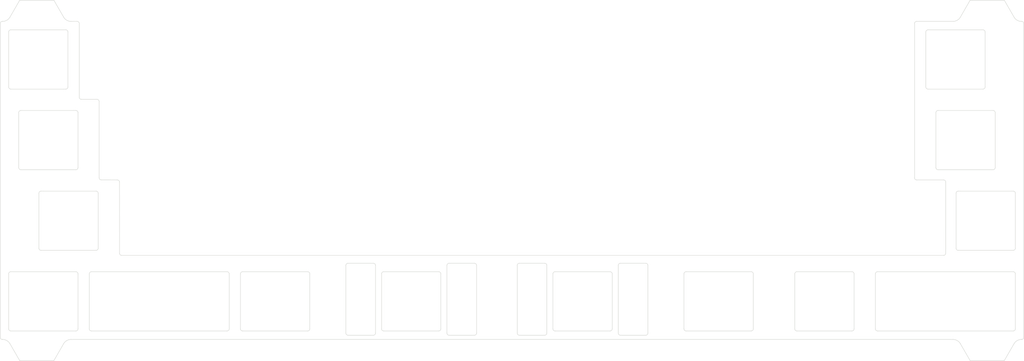
<source format=kicad_pcb>
(kicad_pcb (version 20171130) (host pcbnew "(5.1.10)-1")

  (general
    (thickness 1.6)
    (drawings 196)
    (tracks 0)
    (zones 0)
    (modules 0)
    (nets 1)
  )

  (page A4)
  (layers
    (0 F.Cu signal)
    (31 B.Cu signal)
    (32 B.Adhes user)
    (33 F.Adhes user)
    (34 B.Paste user)
    (35 F.Paste user)
    (36 B.SilkS user)
    (37 F.SilkS user)
    (38 B.Mask user)
    (39 F.Mask user)
    (40 Dwgs.User user)
    (41 Cmts.User user)
    (42 Eco1.User user)
    (43 Eco2.User user)
    (44 Edge.Cuts user)
    (45 Margin user)
    (46 B.CrtYd user)
    (47 F.CrtYd user)
    (48 B.Fab user)
    (49 F.Fab user)
  )

  (setup
    (last_trace_width 0.25)
    (trace_clearance 0.2)
    (zone_clearance 0.508)
    (zone_45_only no)
    (trace_min 0.2)
    (via_size 0.8)
    (via_drill 0.4)
    (via_min_size 0.4)
    (via_min_drill 0.3)
    (uvia_size 0.3)
    (uvia_drill 0.1)
    (uvias_allowed no)
    (uvia_min_size 0.2)
    (uvia_min_drill 0.1)
    (edge_width 0.05)
    (segment_width 0.2)
    (pcb_text_width 0.3)
    (pcb_text_size 1.5 1.5)
    (mod_edge_width 0.12)
    (mod_text_size 1 1)
    (mod_text_width 0.15)
    (pad_size 1.524 1.524)
    (pad_drill 0.762)
    (pad_to_mask_clearance 0)
    (aux_axis_origin 0 0)
    (grid_origin 22.2236 24.6047)
    (visible_elements 7EFFEFFF)
    (pcbplotparams
      (layerselection 0x010c0_ffffffff)
      (usegerberextensions false)
      (usegerberattributes false)
      (usegerberadvancedattributes false)
      (creategerberjobfile false)
      (excludeedgelayer true)
      (linewidth 0.100000)
      (plotframeref false)
      (viasonmask false)
      (mode 1)
      (useauxorigin false)
      (hpglpennumber 1)
      (hpglpenspeed 20)
      (hpglpendiameter 15.000000)
      (psnegative false)
      (psa4output false)
      (plotreference true)
      (plotvalue true)
      (plotinvisibletext false)
      (padsonsilk false)
      (subtractmaskfromsilk false)
      (outputformat 1)
      (mirror false)
      (drillshape 0)
      (scaleselection 1)
      (outputdirectory "./"))
  )

  (net 0 "")

  (net_class Default "This is the default net class."
    (clearance 0.2)
    (trace_width 0.25)
    (via_dia 0.8)
    (via_drill 0.4)
    (uvia_dia 0.3)
    (uvia_drill 0.1)
  )

  (gr_arc (start 178.045474 173.282825) (end 177.545475 173.282825) (angle 90) (layer Edge.Cuts) (width 0.1) (tstamp 619566A2))
  (gr_line (start 18.001724 186.282825) (end 18.001724 173.282825) (layer Edge.Cuts) (width 0.1) (tstamp 619566A1))
  (gr_arc (start 223.289224 173.282825) (end 222.789224 173.282825) (angle 90) (layer Edge.Cuts) (width 0.1) (tstamp 619566A0))
  (gr_line (start 193.426724 172.782826) (end 178.045474 172.782826) (layer Edge.Cuts) (width 0.1) (tstamp 6195669F))
  (gr_arc (start 33.882974 186.282825) (end 34.382974 186.282825) (angle 90) (layer Edge.Cuts) (width 0.1) (tstamp 6195669E))
  (gr_arc (start 73.270474 186.282825) (end 73.270473 186.782825) (angle 90) (layer Edge.Cuts) (width 0.1) (tstamp 6195669D))
  (gr_arc (start 73.270474 173.282826) (end 72.770475 173.282825) (angle 90) (layer Edge.Cuts) (width 0.1) (tstamp 6195669C))
  (gr_arc (start 106.607974 173.282825) (end 106.107974 173.282825) (angle 90) (layer Edge.Cuts) (width 0.1) (tstamp 6195669B))
  (gr_line (start 255.839224 173.282825) (end 255.839224 186.282825) (layer Edge.Cuts) (width 0.1) (tstamp 6195669A))
  (gr_arc (start 18.501724 173.282826) (end 18.001724 173.282825) (angle 90) (layer Edge.Cuts) (width 0.1) (tstamp 61956699))
  (gr_line (start 18.501724 172.782826) (end 33.882974 172.782826) (layer Edge.Cuts) (width 0.1) (tstamp 61956698))
  (gr_arc (start 119.607973 173.282825) (end 119.607974 172.782825) (angle 90) (layer Edge.Cuts) (width 0.1) (tstamp 61956697))
  (gr_line (start 106.607974 172.782825) (end 119.607974 172.782825) (layer Edge.Cuts) (width 0.1) (tstamp 61956696))
  (gr_line (start 223.289224 172.782825) (end 255.339224 172.782825) (layer Edge.Cuts) (width 0.1) (tstamp 61956695))
  (gr_line (start 120.107974 173.282825) (end 120.107974 186.282825) (layer Edge.Cuts) (width 0.1) (tstamp 61956694))
  (gr_line (start 89.151723 173.282825) (end 89.151724 186.282825) (layer Edge.Cuts) (width 0.1) (tstamp 61956693))
  (gr_line (start 222.789225 186.282825) (end 222.789224 173.282825) (layer Edge.Cuts) (width 0.1) (tstamp 61956692))
  (gr_line (start 106.107974 186.282825) (end 106.107974 173.282825) (layer Edge.Cuts) (width 0.1) (tstamp 61956691))
  (gr_arc (start 223.289224 186.282825) (end 223.289224 186.782825) (angle 90) (layer Edge.Cuts) (width 0.1) (tstamp 61956690))
  (gr_arc (start 193.426724 173.282825) (end 193.426724 172.782826) (angle 90) (layer Edge.Cuts) (width 0.1) (tstamp 6195668F))
  (gr_line (start 193.926724 186.282825) (end 193.926725 173.282825) (layer Edge.Cuts) (width 0.1) (tstamp 6195668E))
  (gr_line (start 72.770474 186.282825) (end 72.770475 173.282825) (layer Edge.Cuts) (width 0.1) (tstamp 6195668D))
  (gr_arc (start 193.426724 186.282825) (end 193.926724 186.282825) (angle 90) (layer Edge.Cuts) (width 0.1) (tstamp 6195668C))
  (gr_line (start 177.545475 173.282825) (end 177.545474 186.282825) (layer Edge.Cuts) (width 0.1) (tstamp 6195668B))
  (gr_arc (start 119.607974 186.282825) (end 120.107974 186.282825) (angle 90) (layer Edge.Cuts) (width 0.1) (tstamp 6195668A))
  (gr_arc (start 255.339223 173.282825) (end 255.339224 172.782825) (angle 90) (layer Edge.Cuts) (width 0.1) (tstamp 61956689))
  (gr_arc (start 255.339224 186.282825) (end 255.839224 186.282825) (angle 90) (layer Edge.Cuts) (width 0.1) (tstamp 61956688))
  (gr_line (start 178.045474 186.782826) (end 193.426725 186.782825) (layer Edge.Cuts) (width 0.1) (tstamp 61956687))
  (gr_arc (start 178.045475 186.282825) (end 178.045474 186.782826) (angle 90) (layer Edge.Cuts) (width 0.1) (tstamp 61956686))
  (gr_line (start 119.607974 186.782825) (end 106.607974 186.782826) (layer Edge.Cuts) (width 0.1) (tstamp 61956685))
  (gr_arc (start 18.501724 186.282825) (end 18.501724 186.782825) (angle 90) (layer Edge.Cuts) (width 0.1) (tstamp 61956684))
  (gr_arc (start 106.607974 186.282825) (end 106.607974 186.782826) (angle 90) (layer Edge.Cuts) (width 0.1) (tstamp 61956683))
  (gr_arc (start 88.651724 186.282825) (end 89.151724 186.282825) (angle 90) (layer Edge.Cuts) (width 0.1) (tstamp 61956682))
  (gr_line (start 33.882974 186.782825) (end 18.501724 186.782825) (layer Edge.Cuts) (width 0.1) (tstamp 61956681))
  (gr_line (start 34.382974 173.282825) (end 34.382974 186.282825) (layer Edge.Cuts) (width 0.1) (tstamp 61956680))
  (gr_arc (start 33.882975 173.282826) (end 33.882974 172.782826) (angle 90) (layer Edge.Cuts) (width 0.1) (tstamp 6195667F))
  (gr_line (start 88.651725 186.782825) (end 73.270473 186.782825) (layer Edge.Cuts) (width 0.1) (tstamp 6195667E))
  (gr_line (start 255.339224 186.782825) (end 223.289224 186.782825) (layer Edge.Cuts) (width 0.1) (tstamp 6195667D))
  (gr_line (start 160.089224 186.782825) (end 147.089224 186.782826) (layer Edge.Cuts) (width 0.1) (tstamp 6195667C))
  (gr_arc (start 217.239224 186.282825) (end 217.739224 186.282825) (angle 90) (layer Edge.Cuts) (width 0.1) (tstamp 6195667B))
  (gr_arc (start 168.527224 187.282825) (end 169.027224 187.282825) (angle 90) (layer Edge.Cuts) (width 0.1) (tstamp 6195667A))
  (gr_line (start 70.101724 173.282825) (end 70.101724 186.282825) (layer Edge.Cuts) (width 0.1) (tstamp 61956679))
  (gr_line (start 203.739224 186.282825) (end 203.739224 173.282825) (layer Edge.Cuts) (width 0.1) (tstamp 61956678))
  (gr_line (start 69.601723 186.782825) (end 37.551724 186.782825) (layer Edge.Cuts) (width 0.1) (tstamp 61956677))
  (gr_arc (start 138.651225 187.282825) (end 138.651224 187.782825) (angle 90) (layer Edge.Cuts) (width 0.1) (tstamp 61956676))
  (gr_line (start 217.239224 186.782825) (end 204.239224 186.782826) (layer Edge.Cuts) (width 0.1) (tstamp 61956675))
  (gr_arc (start 88.651725 173.282826) (end 88.651724 172.782826) (angle 90) (layer Edge.Cuts) (width 0.1) (tstamp 61956674))
  (gr_line (start 73.270474 172.782826) (end 88.651724 172.782826) (layer Edge.Cuts) (width 0.1) (tstamp 61956673))
  (gr_arc (start 147.089225 173.282825) (end 146.589224 173.282825) (angle 90) (layer Edge.Cuts) (width 0.1) (tstamp 61956672))
  (gr_line (start 146.589224 186.282825) (end 146.589224 173.282825) (layer Edge.Cuts) (width 0.1) (tstamp 61956671))
  (gr_arc (start 147.089224 186.282825) (end 147.089224 186.782826) (angle 90) (layer Edge.Cuts) (width 0.1) (tstamp 61956670))
  (gr_arc (start 138.651224 171.282825) (end 138.151224 171.282825) (angle 90) (layer Edge.Cuts) (width 0.1) (tstamp 6195666F))
  (gr_arc (start 69.601724 186.282825) (end 70.101724 186.282825) (angle 90) (layer Edge.Cuts) (width 0.1) (tstamp 6195666E))
  (gr_line (start 168.527224 187.782825) (end 162.527224 187.782825) (layer Edge.Cuts) (width 0.1) (tstamp 6195666D))
  (gr_line (start 128.545974 171.282825) (end 128.545974 187.282825) (layer Edge.Cuts) (width 0.1) (tstamp 6195666C))
  (gr_line (start 204.239224 172.782825) (end 217.239224 172.782825) (layer Edge.Cuts) (width 0.1) (tstamp 6195666B))
  (gr_arc (start 162.527224 187.282825) (end 162.527224 187.782825) (angle 90) (layer Edge.Cuts) (width 0.1) (tstamp 6195666A))
  (gr_line (start 138.651225 170.782825) (end 144.651224 170.782826) (layer Edge.Cuts) (width 0.1) (tstamp 61956669))
  (gr_arc (start 98.169975 171.282826) (end 97.669974 171.282825) (angle 90) (layer Edge.Cuts) (width 0.1) (tstamp 61956668))
  (gr_line (start 138.151224 187.282825) (end 138.151224 171.282825) (layer Edge.Cuts) (width 0.1) (tstamp 61956667))
  (gr_arc (start 144.651224 187.282825) (end 145.151224 187.282825) (angle 90) (layer Edge.Cuts) (width 0.1) (tstamp 61956666))
  (gr_arc (start 217.239224 173.282825) (end 217.239224 172.782825) (angle 90) (layer Edge.Cuts) (width 0.1) (tstamp 61956665))
  (gr_arc (start 160.089224 186.282825) (end 160.589224 186.282825) (angle 90) (layer Edge.Cuts) (width 0.1) (tstamp 61956664))
  (gr_arc (start 162.527224 171.282826) (end 162.027224 171.282825) (angle 90) (layer Edge.Cuts) (width 0.1) (tstamp 61956663))
  (gr_line (start 160.589224 173.282825) (end 160.589224 186.282825) (layer Edge.Cuts) (width 0.1) (tstamp 61956662))
  (gr_arc (start 104.169974 187.282825) (end 104.669974 187.282825) (angle 90) (layer Edge.Cuts) (width 0.1) (tstamp 61956661))
  (gr_arc (start 160.089224 173.282825) (end 160.089224 172.782825) (angle 90) (layer Edge.Cuts) (width 0.1) (tstamp 61956660))
  (gr_line (start 147.089224 172.782825) (end 160.089224 172.782825) (layer Edge.Cuts) (width 0.1) (tstamp 6195665F))
  (gr_arc (start 37.551724 173.282826) (end 37.051724 173.282825) (angle 90) (layer Edge.Cuts) (width 0.1) (tstamp 6195665E))
  (gr_line (start 37.051724 186.282825) (end 37.051724 173.282825) (layer Edge.Cuts) (width 0.1) (tstamp 6195665D))
  (gr_arc (start 37.551724 186.282825) (end 37.551724 186.782825) (angle 90) (layer Edge.Cuts) (width 0.1) (tstamp 6195665C))
  (gr_arc (start 168.527225 171.282827) (end 168.527224 170.782826) (angle 90) (layer Edge.Cuts) (width 0.1) (tstamp 6195665B))
  (gr_line (start 144.651224 187.782825) (end 138.651224 187.782825) (layer Edge.Cuts) (width 0.1) (tstamp 6195665A))
  (gr_arc (start 69.601725 173.282826) (end 69.601724 172.782826) (angle 90) (layer Edge.Cuts) (width 0.1) (tstamp 61956659))
  (gr_arc (start 204.239225 173.282825) (end 203.739224 173.282825) (angle 90) (layer Edge.Cuts) (width 0.1) (tstamp 61956658))
  (gr_line (start 162.527224 170.782825) (end 168.527224 170.782826) (layer Edge.Cuts) (width 0.1) (tstamp 61956657))
  (gr_line (start 104.169974 187.782825) (end 98.169974 187.782826) (layer Edge.Cuts) (width 0.1) (tstamp 61956656))
  (gr_line (start 145.151224 171.282825) (end 145.151224 187.282825) (layer Edge.Cuts) (width 0.1) (tstamp 61956655))
  (gr_line (start 104.669974 171.282825) (end 104.669974 187.282825) (layer Edge.Cuts) (width 0.1) (tstamp 61956654))
  (gr_line (start 37.551724 172.782826) (end 69.601724 172.782826) (layer Edge.Cuts) (width 0.1) (tstamp 61956653))
  (gr_arc (start 204.239225 186.282825) (end 204.239224 186.782826) (angle 90) (layer Edge.Cuts) (width 0.1) (tstamp 61956652))
  (gr_line (start 217.739224 173.282825) (end 217.739224 186.282825) (layer Edge.Cuts) (width 0.1) (tstamp 61956651))
  (gr_line (start 162.027224 187.282825) (end 162.027224 171.282825) (layer Edge.Cuts) (width 0.1) (tstamp 61956650))
  (gr_line (start 169.027224 171.282825) (end 169.027224 187.282825) (layer Edge.Cuts) (width 0.1) (tstamp 6195664F))
  (gr_line (start 97.669974 187.282826) (end 97.669974 171.282825) (layer Edge.Cuts) (width 0.1) (tstamp 6195664E))
  (gr_arc (start 98.169974 187.282826) (end 98.169974 187.782826) (angle 90) (layer Edge.Cuts) (width 0.1) (tstamp 6195664D))
  (gr_arc (start 128.045973 187.282825) (end 128.545974 187.282825) (angle 90) (layer Edge.Cuts) (width 0.1) (tstamp 6195664C))
  (gr_arc (start 104.169973 171.282825) (end 104.169974 170.782825) (angle 90) (layer Edge.Cuts) (width 0.1) (tstamp 6195664B))
  (gr_line (start 98.169974 170.782825) (end 104.169974 170.782825) (layer Edge.Cuts) (width 0.1) (tstamp 6195664A))
  (gr_arc (start 144.651224 171.282826) (end 144.651224 170.782826) (angle 90) (layer Edge.Cuts) (width 0.1) (tstamp 61956649))
  (gr_arc (start 128.045974 171.282827) (end 128.045974 170.782826) (angle 90) (layer Edge.Cuts) (width 0.1) (tstamp 61956648))
  (gr_line (start 122.045974 170.782825) (end 128.045974 170.782826) (layer Edge.Cuts) (width 0.1) (tstamp 61956647))
  (gr_arc (start 122.045974 171.282825) (end 121.545974 171.282825) (angle 90) (layer Edge.Cuts) (width 0.1) (tstamp 61956646))
  (gr_line (start 128.045974 187.782825) (end 122.045974 187.782825) (layer Edge.Cuts) (width 0.1) (tstamp 61956645))
  (gr_line (start 121.545974 187.282825) (end 121.545974 171.282825) (layer Edge.Cuts) (width 0.1) (tstamp 61956644))
  (gr_arc (start 122.045974 187.282825) (end 122.045974 187.782825) (angle 90) (layer Edge.Cuts) (width 0.1) (tstamp 61956643))
  (gr_line (start 34.170476 113.6317) (end 32.723073 113.632826) (layer Edge.Cuts) (width 0.1) (tstamp 6195645C))
  (gr_arc (start 34.170475 114.1317) (end 34.670475 114.131701) (angle -90) (layer Edge.Cuts) (width 0.1) (tstamp 61956163))
  (gr_arc (start 38.8686 132.554699) (end 39.3686 132.5547) (angle -90) (layer Edge.Cuts) (width 0.1) (tstamp 61956163))
  (gr_arc (start 39.8686 150.588701) (end 39.3686 150.5887) (angle -90) (layer Edge.Cuts) (width 0.1) (tstamp 61956163))
  (gr_arc (start 238.8936 151.596698) (end 239.3936 151.596699) (angle -90) (layer Edge.Cuts) (width 0.1) (tstamp 61956163))
  (gr_line (start 232.527601 113.632825) (end 241.117874 113.632825) (layer Edge.Cuts) (width 0.1) (tstamp 619561B3))
  (gr_arc (start 232.5276 114.132825) (end 232.527601 113.632825) (angle -90) (layer Edge.Cuts) (width 0.1) (tstamp 6195618B))
  (gr_line (start 20.609826 108.632825) (end 28.681623 108.632825) (layer Edge.Cuts) (width 0.1) (tstamp 6194C8FD))
  (gr_arc (start 241.117874 111.632825) (end 241.117874 113.632825) (angle -60) (layer Edge.Cuts) (width 0.1) (tstamp 6194C8FC))
  (gr_arc (start 32.723074 111.632826) (end 30.991023 112.632825) (angle -60) (layer Edge.Cuts) (width 0.1) (tstamp 6194C8FB))
  (gr_line (start 245.159326 108.632825) (end 253.231122 108.632825) (layer Edge.Cuts) (width 0.1) (tstamp 6194C8FA))
  (gr_line (start 257.272575 113.632824) (end 257.339225 113.632824) (layer Edge.Cuts) (width 0.1) (tstamp 6194C8F9))
  (gr_arc (start 257.272576 111.632826) (end 255.540524 112.632826) (angle -60) (layer Edge.Cuts) (width 0.1) (tstamp 6194C8F8))
  (gr_line (start 18.300425 112.632826) (end 20.609826 108.632825) (layer Edge.Cuts) (width 0.1) (tstamp 6194C8F7))
  (gr_line (start 253.231122 108.632825) (end 255.540524 112.632826) (layer Edge.Cuts) (width 0.1) (tstamp 6194C8F6))
  (gr_line (start 242.849925 112.632826) (end 245.159326 108.632825) (layer Edge.Cuts) (width 0.1) (tstamp 6194C8F5))
  (gr_line (start 28.681623 108.632825) (end 30.991023 112.632825) (layer Edge.Cuts) (width 0.1) (tstamp 6194C8F3))
  (gr_arc (start 257.272575 190.782826) (end 257.272575 188.782825) (angle -60) (layer Edge.Cuts) (width 0.1) (tstamp 6194C8F2))
  (gr_arc (start 16.568374 111.632825) (end 16.568374 113.632825) (angle -60) (layer Edge.Cuts) (width 0.1) (tstamp 6194C8EF))
  (gr_line (start 16.501724 113.632824) (end 16.568374 113.632825) (layer Edge.Cuts) (width 0.1) (tstamp 6194C8EE))
  (gr_line (start 257.339225 188.782825) (end 257.272575 188.782825) (layer Edge.Cuts) (width 0.1) (tstamp 6194C8E8))
  (gr_line (start 241.117873 188.782825) (end 32.723075 188.782825) (layer Edge.Cuts) (width 0.1) (tstamp 6194C8E6))
  (gr_arc (start 16.501725 114.132824) (end 16.501724 113.632824) (angle -90) (layer Edge.Cuts) (width 0.1) (tstamp 6194C8E4))
  (gr_line (start 16.001725 188.282826) (end 16.001724 114.132825) (layer Edge.Cuts) (width 0.1) (tstamp 6194C8E0))
  (gr_arc (start 16.501725 188.282825) (end 16.001725 188.282826) (angle -90) (layer Edge.Cuts) (width 0.1) (tstamp 6194C8DF))
  (gr_arc (start 241.117874 190.782824) (end 242.849925 189.782825) (angle -60) (layer Edge.Cuts) (width 0.1) (tstamp 6194C8DE))
  (gr_arc (start 257.339225 188.282825) (end 257.339225 188.782825) (angle -90) (layer Edge.Cuts) (width 0.1) (tstamp 6194C8DB))
  (gr_arc (start 16.568374 190.782825) (end 18.300425 189.782825) (angle -60) (layer Edge.Cuts) (width 0.1) (tstamp 6194C8DA))
  (gr_arc (start 257.339225 114.132824) (end 257.839225 114.132825) (angle -90) (layer Edge.Cuts) (width 0.1) (tstamp 6194C8D8))
  (gr_arc (start 32.723074 190.782825) (end 32.723075 188.782825) (angle -60) (layer Edge.Cuts) (width 0.1) (tstamp 6194C8D7))
  (gr_line (start 20.609825 193.782825) (end 18.300425 189.782825) (layer Edge.Cuts) (width 0.1) (tstamp 6194C8D4))
  (gr_line (start 255.540524 189.782825) (end 253.231123 193.782825) (layer Edge.Cuts) (width 0.1) (tstamp 6194C8C7))
  (gr_line (start 257.839225 114.132825) (end 257.839226 188.282825) (layer Edge.Cuts) (width 0.1) (tstamp 6194C8C4))
  (gr_line (start 28.681623 193.782825) (end 20.609825 193.782825) (layer Edge.Cuts) (width 0.1) (tstamp 6194C8C3))
  (gr_line (start 245.159326 193.782824) (end 242.849925 189.782825) (layer Edge.Cuts) (width 0.1) (tstamp 6194C8BC))
  (gr_line (start 30.991024 189.782825) (end 28.681623 193.782825) (layer Edge.Cuts) (width 0.1) (tstamp 6194C8BB))
  (gr_line (start 253.231123 193.782825) (end 245.159326 193.782824) (layer Edge.Cuts) (width 0.1) (tstamp 6194C8B8))
  (gr_line (start 16.568374 188.782825) (end 16.501725 188.782825) (layer Edge.Cuts) (width 0.1) (tstamp 6194C8B3))
  (gr_line (start 44.1866 151.5967) (end 44.1946 168.42345) (layer Edge.Cuts) (width 0.1) (tstamp 6194C8AA))
  (gr_arc (start 44.6946 168.42345) (end 44.1946 168.42345) (angle -90) (layer Edge.Cuts) (width 0.1) (tstamp 6194D73A))
  (gr_arc (start 43.6866 151.596699) (end 44.1866 151.5967) (angle -90) (layer Edge.Cuts) (width 0.1) (tstamp 6194C8A6))
  (gr_line (start 39.868599 151.088701) (end 43.6866 151.0967) (layer Edge.Cuts) (width 0.1) (tstamp 6194C8A4))
  (gr_line (start 251.076725 148.182825) (end 251.076725 135.182825) (layer Edge.Cuts) (width 0.1) (tstamp 6194C89C))
  (gr_arc (start 235.195475 129.132824) (end 234.695475 129.132824) (angle -90) (layer Edge.Cuts) (width 0.1) (tstamp 6194C89B))
  (gr_line (start 234.695475 116.132825) (end 234.695475 129.132824) (layer Edge.Cuts) (width 0.1) (tstamp 6194C899))
  (gr_line (start 44.6946 168.92345) (end 238.885601 168.92345) (layer Edge.Cuts) (width 0.1) (tstamp 6194C898))
  (gr_arc (start 248.195475 116.132825) (end 248.695475 116.132825) (angle -90) (layer Edge.Cuts) (width 0.1) (tstamp 6194C897))
  (gr_line (start 232.527601 151.0967) (end 238.893601 151.096698) (layer Edge.Cuts) (width 0.1) (tstamp 6194C896))
  (gr_line (start 18.001725 116.132825) (end 18.001725 129.132824) (layer Edge.Cuts) (width 0.1) (tstamp 6194C895))
  (gr_line (start 31.501724 115.632825) (end 18.501725 115.632825) (layer Edge.Cuts) (width 0.1) (tstamp 6194C894))
  (gr_arc (start 18.501725 116.132825) (end 18.501725 115.632825) (angle -90) (layer Edge.Cuts) (width 0.1) (tstamp 6194C893))
  (gr_line (start 248.695475 129.132824) (end 248.695475 116.132825) (layer Edge.Cuts) (width 0.1) (tstamp 6194C892))
  (gr_arc (start 235.195475 116.132825) (end 235.195475 115.632825) (angle -90) (layer Edge.Cuts) (width 0.1) (tstamp 6194C891))
  (gr_line (start 248.195475 115.632825) (end 235.195475 115.632825) (layer Edge.Cuts) (width 0.1) (tstamp 6194C88F))
  (gr_arc (start 20.882974 135.182825) (end 20.882974 134.682825) (angle -90) (layer Edge.Cuts) (width 0.1) (tstamp 6194C88E))
  (gr_arc (start 237.576724 135.182825) (end 237.576725 134.682825) (angle -90) (layer Edge.Cuts) (width 0.1) (tstamp 6194C88D))
  (gr_arc (start 25.645475 154.232825) (end 25.645475 153.732825) (angle -90) (layer Edge.Cuts) (width 0.1) (tstamp 6194C88C))
  (gr_line (start 25.145475 154.232825) (end 25.145475 167.232824) (layer Edge.Cuts) (width 0.1) (tstamp 6194C88B))
  (gr_line (start 20.382975 148.182825) (end 20.382975 135.182825) (layer Edge.Cuts) (width 0.1) (tstamp 6194C88A))
  (gr_arc (start 38.645475 167.232825) (end 38.645475 167.732825) (angle -90) (layer Edge.Cuts) (width 0.1) (tstamp 6194C888))
  (gr_arc (start 31.501724 116.132825) (end 32.001725 116.132825) (angle -90) (layer Edge.Cuts) (width 0.1) (tstamp 6194C887))
  (gr_line (start 18.501725 129.632824) (end 31.501724 129.632825) (layer Edge.Cuts) (width 0.1) (tstamp 6194C886))
  (gr_line (start 33.882975 148.682825) (end 20.882974 148.682825) (layer Edge.Cuts) (width 0.1) (tstamp 6194C885))
  (gr_arc (start 250.576726 135.182825) (end 251.076725 135.182825) (angle -90) (layer Edge.Cuts) (width 0.1) (tstamp 6194C884))
  (gr_line (start 237.076725 135.182825) (end 237.076725 148.182825) (layer Edge.Cuts) (width 0.1) (tstamp 6194C883))
  (gr_line (start 39.3686 132.5547) (end 39.3686 150.5887) (layer Edge.Cuts) (width 0.1) (tstamp 619563DF))
  (gr_arc (start 248.195475 129.132824) (end 248.195475 129.632825) (angle -90) (layer Edge.Cuts) (width 0.1) (tstamp 6194C87E))
  (gr_line (start 35.1696 132.054699) (end 38.868601 132.054699) (layer Edge.Cuts) (width 0.1) (tstamp 6194C87D))
  (gr_line (start 235.195475 129.632824) (end 248.195475 129.632825) (layer Edge.Cuts) (width 0.1) (tstamp 6194C87B))
  (gr_arc (start 33.882975 148.182825) (end 33.882975 148.682825) (angle -90) (layer Edge.Cuts) (width 0.1) (tstamp 6194C87A))
  (gr_line (start 25.645475 167.732825) (end 38.645475 167.732825) (layer Edge.Cuts) (width 0.1) (tstamp 6194C879))
  (gr_line (start 237.576725 148.682825) (end 250.576725 148.682825) (layer Edge.Cuts) (width 0.1) (tstamp 6194C878))
  (gr_line (start 250.576725 134.682825) (end 237.576725 134.682825) (layer Edge.Cuts) (width 0.1) (tstamp 6194C877))
  (gr_arc (start 35.1696 131.554699) (end 34.6696 131.554699) (angle -90) (layer Edge.Cuts) (width 0.1) (tstamp 6194C875))
  (gr_line (start 34.670475 114.131701) (end 34.6696 131.554699) (layer Edge.Cuts) (width 0.1) (tstamp 6194C874))
  (gr_line (start 39.145475 167.232824) (end 39.145475 154.232825) (layer Edge.Cuts) (width 0.1) (tstamp 6194C873))
  (gr_line (start 20.882974 134.682825) (end 33.882975 134.682823) (layer Edge.Cuts) (width 0.1) (tstamp 6194C872))
  (gr_arc (start 31.501724 129.132824) (end 31.501724 129.632825) (angle -90) (layer Edge.Cuts) (width 0.1) (tstamp 6194C871))
  (gr_line (start 38.645475 153.732825) (end 25.645475 153.732825) (layer Edge.Cuts) (width 0.1) (tstamp 6194C870))
  (gr_line (start 232.0276 150.596699) (end 232.0276 114.132824) (layer Edge.Cuts) (width 0.1) (tstamp 6194C86F))
  (gr_arc (start 25.645474 167.232825) (end 25.145475 167.232824) (angle -90) (layer Edge.Cuts) (width 0.1) (tstamp 6194C86C))
  (gr_arc (start 238.885601 168.42345) (end 238.885601 168.92345) (angle -90) (layer Edge.Cuts) (width 0.1) (tstamp 61956304))
  (gr_arc (start 232.527601 150.596699) (end 232.527601 151.0967) (angle 90) (layer Edge.Cuts) (width 0.1) (tstamp 6194C869))
  (gr_line (start 239.385601 168.42345) (end 239.3936 151.596699) (layer Edge.Cuts) (width 0.1) (tstamp 6195629F))
  (gr_arc (start 33.882974 135.182825) (end 34.382975 135.182825) (angle -90) (layer Edge.Cuts) (width 0.1) (tstamp 6194C867))
  (gr_line (start 32.001724 129.132824) (end 32.001725 116.132825) (layer Edge.Cuts) (width 0.1) (tstamp 6194C866))
  (gr_line (start 34.382975 135.182825) (end 34.382975 148.182825) (layer Edge.Cuts) (width 0.1) (tstamp 6194C865))
  (gr_arc (start 18.501725 129.132824) (end 18.001725 129.132824) (angle -90) (layer Edge.Cuts) (width 0.1) (tstamp 6194C864))
  (gr_arc (start 38.645475 154.232825) (end 39.145475 154.232825) (angle -90) (layer Edge.Cuts) (width 0.1) (tstamp 6194C863))
  (gr_arc (start 20.882975 148.182825) (end 20.382975 148.182825) (angle -90) (layer Edge.Cuts) (width 0.1) (tstamp 6194C862))
  (gr_arc (start 250.576725 148.182825) (end 250.576725 148.682825) (angle -90) (layer Edge.Cuts) (width 0.1) (tstamp 6194C861))
  (gr_arc (start 237.576725 148.182824) (end 237.076725 148.182825) (angle -90) (layer Edge.Cuts) (width 0.1) (tstamp 6194C85E))
  (gr_line (start 241.839225 154.232825) (end 241.839225 167.232824) (layer Edge.Cuts) (width 0.1) (tstamp 6194C85C))
  (gr_arc (start 255.339225 154.232825) (end 255.839225 154.232825) (angle -90) (layer Edge.Cuts) (width 0.1) (tstamp 6194C856))
  (gr_line (start 255.839225 167.232824) (end 255.839225 154.232825) (layer Edge.Cuts) (width 0.1) (tstamp 6194C84F))
  (gr_arc (start 255.339225 167.232825) (end 255.339225 167.732825) (angle -90) (layer Edge.Cuts) (width 0.1) (tstamp 6194C84E))
  (gr_line (start 242.339225 167.732825) (end 255.339225 167.732825) (layer Edge.Cuts) (width 0.1) (tstamp 6194C84D))
  (gr_line (start 255.339225 153.732825) (end 242.339225 153.732825) (layer Edge.Cuts) (width 0.1) (tstamp 6194C84B))
  (gr_arc (start 242.339225 167.232825) (end 241.839225 167.232824) (angle -90) (layer Edge.Cuts) (width 0.1) (tstamp 6194C84A))
  (gr_arc (start 242.339225 154.232824) (end 242.339225 153.732825) (angle -90) (layer Edge.Cuts) (width 0.1) (tstamp 6194C849))

)

</source>
